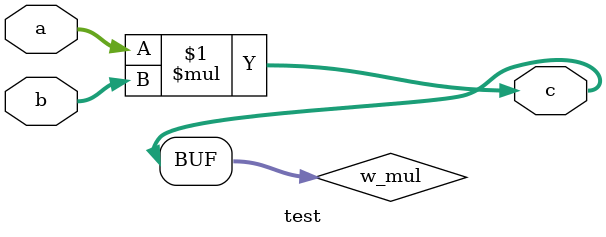
<source format=v>

module test #(
    parameter D_BW = 8
)
(
    input  [D_BW-1:0]   a, b,
    output [D_BW-1:0]   c
);

wire [D_BW-1:0] w_mul;

assign w_mul = a*b;

assign c= w_mul;

endmodule
</source>
